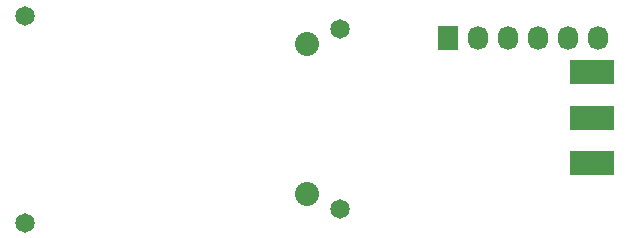
<source format=gbs>
%FSLAX46Y46*%
G04 Gerber Fmt 4.6, Leading zero omitted, Abs format (unit mm)*
G04 Created by KiCad (PCBNEW (2014-jul-16 BZR unknown)-product) date Fri 27 Mar 2015 10:35:30 AM EDT*
%MOMM*%
G01*
G04 APERTURE LIST*
%ADD10C,0.100000*%
%ADD11C,2.032000*%
%ADD12C,1.651000*%
%ADD13R,1.727200X2.032000*%
%ADD14O,1.727200X2.032000*%
%ADD15R,3.810000X2.100000*%
G04 APERTURE END LIST*
D10*
D11*
X166370000Y-83820000D03*
X166370000Y-71120000D03*
D12*
X142494000Y-86233000D03*
X142494000Y-68707000D03*
X169164000Y-69850000D03*
X169164000Y-85090000D03*
D13*
X178308000Y-70612000D03*
D14*
X180848000Y-70612000D03*
X183388000Y-70612000D03*
X185928000Y-70612000D03*
X188468000Y-70612000D03*
X191008000Y-70612000D03*
D15*
X190525400Y-81223000D03*
X190525400Y-77343000D03*
X190525400Y-73463000D03*
M02*

</source>
